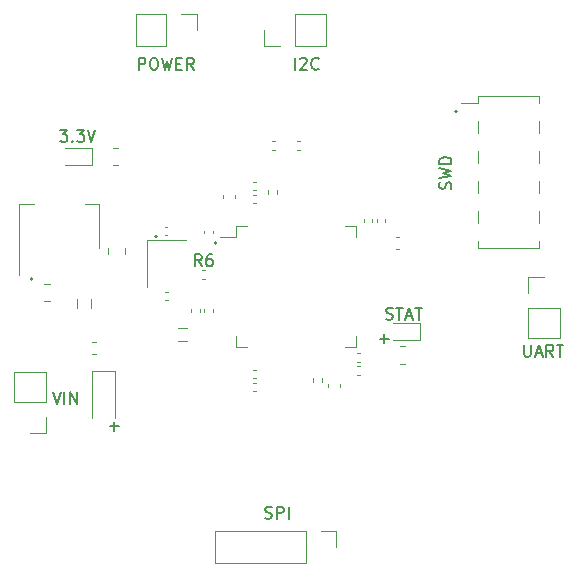
<source format=gbr>
%TF.GenerationSoftware,KiCad,Pcbnew,(6.0.0)*%
%TF.CreationDate,2023-02-04T05:02:53+03:00*%
%TF.ProjectId,STM32F4_breakout,53544d33-3246-4345-9f62-7265616b6f75,rev?*%
%TF.SameCoordinates,Original*%
%TF.FileFunction,Legend,Top*%
%TF.FilePolarity,Positive*%
%FSLAX46Y46*%
G04 Gerber Fmt 4.6, Leading zero omitted, Abs format (unit mm)*
G04 Created by KiCad (PCBNEW (6.0.0)) date 2023-02-04 05:02:53*
%MOMM*%
%LPD*%
G01*
G04 APERTURE LIST*
%ADD10C,0.150000*%
%ADD11C,0.120000*%
G04 APERTURE END LIST*
D10*
X143280000Y-75000000D02*
G75*
G03*
X143280000Y-75000000I-80000J0D01*
G01*
X138230000Y-74500000D02*
G75*
G03*
X138230000Y-74500000I-80000J0D01*
G01*
X163630000Y-63900000D02*
G75*
G03*
X163630000Y-63900000I-80000J0D01*
G01*
X127705000Y-78075000D02*
G75*
G03*
X127705000Y-78075000I-80000J0D01*
G01*
X157855952Y-83121428D02*
X157094047Y-83121428D01*
X157475000Y-83502380D02*
X157475000Y-82740476D01*
X134980952Y-90521428D02*
X134219047Y-90521428D01*
X134600000Y-90902380D02*
X134600000Y-90140476D01*
X129404761Y-87652380D02*
X129738095Y-88652380D01*
X130071428Y-87652380D01*
X130404761Y-88652380D02*
X130404761Y-87652380D01*
X130880952Y-88652380D02*
X130880952Y-87652380D01*
X131452380Y-88652380D01*
X131452380Y-87652380D01*
X136690476Y-60352380D02*
X136690476Y-59352380D01*
X137071428Y-59352380D01*
X137166666Y-59400000D01*
X137214285Y-59447619D01*
X137261904Y-59542857D01*
X137261904Y-59685714D01*
X137214285Y-59780952D01*
X137166666Y-59828571D01*
X137071428Y-59876190D01*
X136690476Y-59876190D01*
X137880952Y-59352380D02*
X138071428Y-59352380D01*
X138166666Y-59400000D01*
X138261904Y-59495238D01*
X138309523Y-59685714D01*
X138309523Y-60019047D01*
X138261904Y-60209523D01*
X138166666Y-60304761D01*
X138071428Y-60352380D01*
X137880952Y-60352380D01*
X137785714Y-60304761D01*
X137690476Y-60209523D01*
X137642857Y-60019047D01*
X137642857Y-59685714D01*
X137690476Y-59495238D01*
X137785714Y-59400000D01*
X137880952Y-59352380D01*
X138642857Y-59352380D02*
X138880952Y-60352380D01*
X139071428Y-59638095D01*
X139261904Y-60352380D01*
X139500000Y-59352380D01*
X139880952Y-59828571D02*
X140214285Y-59828571D01*
X140357142Y-60352380D02*
X139880952Y-60352380D01*
X139880952Y-59352380D01*
X140357142Y-59352380D01*
X141357142Y-60352380D02*
X141023809Y-59876190D01*
X140785714Y-60352380D02*
X140785714Y-59352380D01*
X141166666Y-59352380D01*
X141261904Y-59400000D01*
X141309523Y-59447619D01*
X141357142Y-59542857D01*
X141357142Y-59685714D01*
X141309523Y-59780952D01*
X141261904Y-59828571D01*
X141166666Y-59876190D01*
X140785714Y-59876190D01*
%TO.C,R6*%
X142018333Y-76982380D02*
X141685000Y-76506190D01*
X141446904Y-76982380D02*
X141446904Y-75982380D01*
X141827857Y-75982380D01*
X141923095Y-76030000D01*
X141970714Y-76077619D01*
X142018333Y-76172857D01*
X142018333Y-76315714D01*
X141970714Y-76410952D01*
X141923095Y-76458571D01*
X141827857Y-76506190D01*
X141446904Y-76506190D01*
X142875476Y-75982380D02*
X142685000Y-75982380D01*
X142589761Y-76030000D01*
X142542142Y-76077619D01*
X142446904Y-76220476D01*
X142399285Y-76410952D01*
X142399285Y-76791904D01*
X142446904Y-76887142D01*
X142494523Y-76934761D01*
X142589761Y-76982380D01*
X142780238Y-76982380D01*
X142875476Y-76934761D01*
X142923095Y-76887142D01*
X142970714Y-76791904D01*
X142970714Y-76553809D01*
X142923095Y-76458571D01*
X142875476Y-76410952D01*
X142780238Y-76363333D01*
X142589761Y-76363333D01*
X142494523Y-76410952D01*
X142446904Y-76458571D01*
X142399285Y-76553809D01*
%TO.C,3.3V*%
X130023809Y-65452380D02*
X130642857Y-65452380D01*
X130309523Y-65833333D01*
X130452380Y-65833333D01*
X130547619Y-65880952D01*
X130595238Y-65928571D01*
X130642857Y-66023809D01*
X130642857Y-66261904D01*
X130595238Y-66357142D01*
X130547619Y-66404761D01*
X130452380Y-66452380D01*
X130166666Y-66452380D01*
X130071428Y-66404761D01*
X130023809Y-66357142D01*
X131071428Y-66357142D02*
X131119047Y-66404761D01*
X131071428Y-66452380D01*
X131023809Y-66404761D01*
X131071428Y-66357142D01*
X131071428Y-66452380D01*
X131452380Y-65452380D02*
X132071428Y-65452380D01*
X131738095Y-65833333D01*
X131880952Y-65833333D01*
X131976190Y-65880952D01*
X132023809Y-65928571D01*
X132071428Y-66023809D01*
X132071428Y-66261904D01*
X132023809Y-66357142D01*
X131976190Y-66404761D01*
X131880952Y-66452380D01*
X131595238Y-66452380D01*
X131500000Y-66404761D01*
X131452380Y-66357142D01*
X132357142Y-65452380D02*
X132690476Y-66452380D01*
X133023809Y-65452380D01*
%TO.C,SWD*%
X163104761Y-70457142D02*
X163152380Y-70314285D01*
X163152380Y-70076190D01*
X163104761Y-69980952D01*
X163057142Y-69933333D01*
X162961904Y-69885714D01*
X162866666Y-69885714D01*
X162771428Y-69933333D01*
X162723809Y-69980952D01*
X162676190Y-70076190D01*
X162628571Y-70266666D01*
X162580952Y-70361904D01*
X162533333Y-70409523D01*
X162438095Y-70457142D01*
X162342857Y-70457142D01*
X162247619Y-70409523D01*
X162200000Y-70361904D01*
X162152380Y-70266666D01*
X162152380Y-70028571D01*
X162200000Y-69885714D01*
X162152380Y-69552380D02*
X163152380Y-69314285D01*
X162438095Y-69123809D01*
X163152380Y-68933333D01*
X162152380Y-68695238D01*
X163152380Y-68314285D02*
X162152380Y-68314285D01*
X162152380Y-68076190D01*
X162200000Y-67933333D01*
X162295238Y-67838095D01*
X162390476Y-67790476D01*
X162580952Y-67742857D01*
X162723809Y-67742857D01*
X162914285Y-67790476D01*
X163009523Y-67838095D01*
X163104761Y-67933333D01*
X163152380Y-68076190D01*
X163152380Y-68314285D01*
%TO.C,STAT*%
X157623809Y-81454761D02*
X157766666Y-81502380D01*
X158004761Y-81502380D01*
X158100000Y-81454761D01*
X158147619Y-81407142D01*
X158195238Y-81311904D01*
X158195238Y-81216666D01*
X158147619Y-81121428D01*
X158100000Y-81073809D01*
X158004761Y-81026190D01*
X157814285Y-80978571D01*
X157719047Y-80930952D01*
X157671428Y-80883333D01*
X157623809Y-80788095D01*
X157623809Y-80692857D01*
X157671428Y-80597619D01*
X157719047Y-80550000D01*
X157814285Y-80502380D01*
X158052380Y-80502380D01*
X158195238Y-80550000D01*
X158480952Y-80502380D02*
X159052380Y-80502380D01*
X158766666Y-81502380D02*
X158766666Y-80502380D01*
X159338095Y-81216666D02*
X159814285Y-81216666D01*
X159242857Y-81502380D02*
X159576190Y-80502380D01*
X159909523Y-81502380D01*
X160100000Y-80502380D02*
X160671428Y-80502380D01*
X160385714Y-81502380D02*
X160385714Y-80502380D01*
%TO.C,UART*%
X169304761Y-83652380D02*
X169304761Y-84461904D01*
X169352380Y-84557142D01*
X169400000Y-84604761D01*
X169495238Y-84652380D01*
X169685714Y-84652380D01*
X169780952Y-84604761D01*
X169828571Y-84557142D01*
X169876190Y-84461904D01*
X169876190Y-83652380D01*
X170304761Y-84366666D02*
X170780952Y-84366666D01*
X170209523Y-84652380D02*
X170542857Y-83652380D01*
X170876190Y-84652380D01*
X171780952Y-84652380D02*
X171447619Y-84176190D01*
X171209523Y-84652380D02*
X171209523Y-83652380D01*
X171590476Y-83652380D01*
X171685714Y-83700000D01*
X171733333Y-83747619D01*
X171780952Y-83842857D01*
X171780952Y-83985714D01*
X171733333Y-84080952D01*
X171685714Y-84128571D01*
X171590476Y-84176190D01*
X171209523Y-84176190D01*
X172066666Y-83652380D02*
X172638095Y-83652380D01*
X172352380Y-84652380D02*
X172352380Y-83652380D01*
%TO.C,I2C*%
X149923809Y-60352380D02*
X149923809Y-59352380D01*
X150352380Y-59447619D02*
X150400000Y-59400000D01*
X150495238Y-59352380D01*
X150733333Y-59352380D01*
X150828571Y-59400000D01*
X150876190Y-59447619D01*
X150923809Y-59542857D01*
X150923809Y-59638095D01*
X150876190Y-59780952D01*
X150304761Y-60352380D01*
X150923809Y-60352380D01*
X151923809Y-60257142D02*
X151876190Y-60304761D01*
X151733333Y-60352380D01*
X151638095Y-60352380D01*
X151495238Y-60304761D01*
X151400000Y-60209523D01*
X151352380Y-60114285D01*
X151304761Y-59923809D01*
X151304761Y-59780952D01*
X151352380Y-59590476D01*
X151400000Y-59495238D01*
X151495238Y-59400000D01*
X151638095Y-59352380D01*
X151733333Y-59352380D01*
X151876190Y-59400000D01*
X151923809Y-59447619D01*
%TO.C,SPI*%
X147376190Y-98304761D02*
X147519047Y-98352380D01*
X147757142Y-98352380D01*
X147852380Y-98304761D01*
X147900000Y-98257142D01*
X147947619Y-98161904D01*
X147947619Y-98066666D01*
X147900000Y-97971428D01*
X147852380Y-97923809D01*
X147757142Y-97876190D01*
X147566666Y-97828571D01*
X147471428Y-97780952D01*
X147423809Y-97733333D01*
X147376190Y-97638095D01*
X147376190Y-97542857D01*
X147423809Y-97447619D01*
X147471428Y-97400000D01*
X147566666Y-97352380D01*
X147804761Y-97352380D01*
X147947619Y-97400000D01*
X148376190Y-98352380D02*
X148376190Y-97352380D01*
X148757142Y-97352380D01*
X148852380Y-97400000D01*
X148900000Y-97447619D01*
X148947619Y-97542857D01*
X148947619Y-97685714D01*
X148900000Y-97780952D01*
X148852380Y-97828571D01*
X148757142Y-97876190D01*
X148376190Y-97876190D01*
X149376190Y-98352380D02*
X149376190Y-97352380D01*
D11*
%TO.C,R6*%
X142031359Y-77320000D02*
X142338641Y-77320000D01*
X142031359Y-78080000D02*
X142338641Y-78080000D01*
%TO.C,C5*%
X146607836Y-85740000D02*
X146392164Y-85740000D01*
X146607836Y-86460000D02*
X146392164Y-86460000D01*
%TO.C,C1*%
X134065000Y-75961252D02*
X134065000Y-75438748D01*
X135535000Y-75961252D02*
X135535000Y-75438748D01*
%TO.C,C13*%
X141860000Y-80857836D02*
X141860000Y-80642164D01*
X141140000Y-80857836D02*
X141140000Y-80642164D01*
%TO.C,C9*%
X155740000Y-73207836D02*
X155740000Y-72992164D01*
X156460000Y-73207836D02*
X156460000Y-72992164D01*
%TO.C,3.3V*%
X132735000Y-66965000D02*
X130450000Y-66965000D01*
X130450000Y-68435000D02*
X132735000Y-68435000D01*
X132735000Y-68435000D02*
X132735000Y-66965000D01*
%TO.C,C6*%
X146607836Y-87560000D02*
X146392164Y-87560000D01*
X146607836Y-86840000D02*
X146392164Y-86840000D01*
%TO.C,C14*%
X142960000Y-80857836D02*
X142960000Y-80642164D01*
X142240000Y-80857836D02*
X142240000Y-80642164D01*
%TO.C,C4*%
X142240000Y-74207836D02*
X142240000Y-73992164D01*
X142960000Y-74207836D02*
X142960000Y-73992164D01*
%TO.C,FB1*%
X132610000Y-79750378D02*
X132610000Y-80549622D01*
X131490000Y-79750378D02*
X131490000Y-80549622D01*
%TO.C,C11*%
X146392164Y-70940000D02*
X146607836Y-70940000D01*
X146392164Y-71660000D02*
X146607836Y-71660000D01*
%TO.C,C15*%
X152740000Y-86959420D02*
X152740000Y-87240580D01*
X153760000Y-86959420D02*
X153760000Y-87240580D01*
%TO.C,C12*%
X146372164Y-69840000D02*
X146587836Y-69840000D01*
X146372164Y-70560000D02*
X146587836Y-70560000D01*
%TO.C,C17*%
X138892164Y-73640000D02*
X139107836Y-73640000D01*
X138892164Y-74360000D02*
X139107836Y-74360000D01*
%TO.C,SWD*%
X165400000Y-74840000D02*
X165400000Y-75410000D01*
X170600000Y-64680000D02*
X170600000Y-65700000D01*
X170600000Y-67220000D02*
X170600000Y-68240000D01*
X170600000Y-74840000D02*
X170600000Y-75410000D01*
X170600000Y-69760000D02*
X170600000Y-70780000D01*
X170600000Y-62590000D02*
X170600000Y-63160000D01*
X165400000Y-67220000D02*
X165400000Y-68240000D01*
X165400000Y-75410000D02*
X170600000Y-75410000D01*
X165400000Y-69760000D02*
X165400000Y-70780000D01*
X165400000Y-62590000D02*
X170600000Y-62590000D01*
X170600000Y-72300000D02*
X170600000Y-73320000D01*
X163960000Y-63160000D02*
X165400000Y-63160000D01*
X165400000Y-72300000D02*
X165400000Y-73320000D01*
X165400000Y-64680000D02*
X165400000Y-65700000D01*
X165400000Y-62590000D02*
X165400000Y-63160000D01*
%TO.C,R2*%
X147620000Y-70546359D02*
X147620000Y-70853641D01*
X148380000Y-70546359D02*
X148380000Y-70853641D01*
%TO.C,C10*%
X157560000Y-73227836D02*
X157560000Y-73012164D01*
X156840000Y-73227836D02*
X156840000Y-73012164D01*
%TO.C,C2*%
X129211252Y-79935000D02*
X128688748Y-79935000D01*
X129211252Y-78465000D02*
X128688748Y-78465000D01*
%TO.C,U1*%
X126540000Y-71690000D02*
X127800000Y-71690000D01*
X133360000Y-71690000D02*
X132100000Y-71690000D01*
X133360000Y-75450000D02*
X133360000Y-71690000D01*
X126540000Y-77700000D02*
X126540000Y-71690000D01*
%TO.C,R3*%
X152180000Y-86753641D02*
X152180000Y-86446359D01*
X151420000Y-86753641D02*
X151420000Y-86446359D01*
%TO.C,R5*%
X147936359Y-67130000D02*
X148243641Y-67130000D01*
X147936359Y-66370000D02*
X148243641Y-66370000D01*
%TO.C,STAT*%
X160485000Y-81765000D02*
X158200000Y-81765000D01*
X158200000Y-83235000D02*
X160485000Y-83235000D01*
X160485000Y-83235000D02*
X160485000Y-81765000D01*
%TO.C,FB2*%
X140000378Y-82240000D02*
X140799622Y-82240000D01*
X140000378Y-83360000D02*
X140799622Y-83360000D01*
%TO.C,C7*%
X155192164Y-84340000D02*
X155407836Y-84340000D01*
X155192164Y-85060000D02*
X155407836Y-85060000D01*
%TO.C,J1*%
X128830000Y-89775000D02*
X128830000Y-91105000D01*
X128830000Y-88505000D02*
X128830000Y-85905000D01*
X128830000Y-91105000D02*
X127500000Y-91105000D01*
X128830000Y-85905000D02*
X126170000Y-85905000D01*
X126170000Y-88505000D02*
X126170000Y-85905000D01*
X128830000Y-88505000D02*
X126170000Y-88505000D01*
%TO.C,3.3V*%
X139030000Y-55670000D02*
X136430000Y-55670000D01*
X140300000Y-55670000D02*
X141630000Y-55670000D01*
X139030000Y-55670000D02*
X139030000Y-58330000D01*
X136430000Y-55670000D02*
X136430000Y-58330000D01*
X139030000Y-58330000D02*
X136430000Y-58330000D01*
X141630000Y-55670000D02*
X141630000Y-57000000D01*
%TO.C,C3*%
X143790000Y-71240580D02*
X143790000Y-70959420D01*
X144810000Y-71240580D02*
X144810000Y-70959420D01*
%TO.C,UART*%
X169670000Y-80495000D02*
X169670000Y-83095000D01*
X169670000Y-83095000D02*
X172330000Y-83095000D01*
X172330000Y-80495000D02*
X172330000Y-83095000D01*
X169670000Y-79225000D02*
X169670000Y-77895000D01*
X169670000Y-77895000D02*
X171000000Y-77895000D01*
X169670000Y-80495000D02*
X172330000Y-80495000D01*
%TO.C,I2C*%
X147330000Y-58330000D02*
X147330000Y-57000000D01*
X149930000Y-58330000D02*
X149930000Y-55670000D01*
X149930000Y-58330000D02*
X152530000Y-58330000D01*
X152530000Y-58330000D02*
X152530000Y-55670000D01*
X149930000Y-55670000D02*
X152530000Y-55670000D01*
X148660000Y-58330000D02*
X147330000Y-58330000D01*
%TO.C,R7*%
X159227064Y-85235000D02*
X158772936Y-85235000D01*
X159227064Y-83765000D02*
X158772936Y-83765000D01*
%TO.C,R4*%
X150363641Y-66420000D02*
X150056359Y-66420000D01*
X150363641Y-67180000D02*
X150056359Y-67180000D01*
%TO.C,XTAL*%
X137350000Y-74750000D02*
X137350000Y-78750000D01*
X140650000Y-74750000D02*
X137350000Y-74750000D01*
%TO.C,C16*%
X158459420Y-74490000D02*
X158740580Y-74490000D01*
X158459420Y-75510000D02*
X158740580Y-75510000D01*
%TO.C,Fuse*%
X132700000Y-85900000D02*
X132700000Y-89800000D01*
X134700000Y-85900000D02*
X134700000Y-89800000D01*
X134700000Y-85900000D02*
X132700000Y-85900000D01*
%TO.C,R1*%
X134522936Y-68435000D02*
X134977064Y-68435000D01*
X134522936Y-66965000D02*
X134977064Y-66965000D01*
%TO.C,C8*%
X155192164Y-86160000D02*
X155407836Y-86160000D01*
X155192164Y-85440000D02*
X155407836Y-85440000D01*
%TO.C,C18*%
X139127836Y-79860000D02*
X138912164Y-79860000D01*
X139127836Y-79140000D02*
X138912164Y-79140000D01*
%TO.C,U2*%
X144890000Y-83810000D02*
X144890000Y-82860000D01*
X145840000Y-83810000D02*
X144890000Y-83810000D01*
X155110000Y-83810000D02*
X155110000Y-82860000D01*
X154160000Y-73590000D02*
X155110000Y-73590000D01*
X144890000Y-73590000D02*
X144890000Y-74540000D01*
X155110000Y-73590000D02*
X155110000Y-74540000D01*
X144890000Y-74540000D02*
X143550000Y-74540000D01*
X154160000Y-83810000D02*
X155110000Y-83810000D01*
X145840000Y-73590000D02*
X144890000Y-73590000D01*
%TO.C,F1*%
X133075279Y-83390000D02*
X132749721Y-83390000D01*
X133075279Y-84410000D02*
X132749721Y-84410000D01*
%TO.C,SPI*%
X150810000Y-99420000D02*
X150810000Y-102080000D01*
X153410000Y-99420000D02*
X153410000Y-100750000D01*
X143130000Y-99420000D02*
X143130000Y-102080000D01*
X150810000Y-99420000D02*
X143130000Y-99420000D01*
X152080000Y-99420000D02*
X153410000Y-99420000D01*
X150810000Y-102080000D02*
X143130000Y-102080000D01*
%TD*%
M02*

</source>
